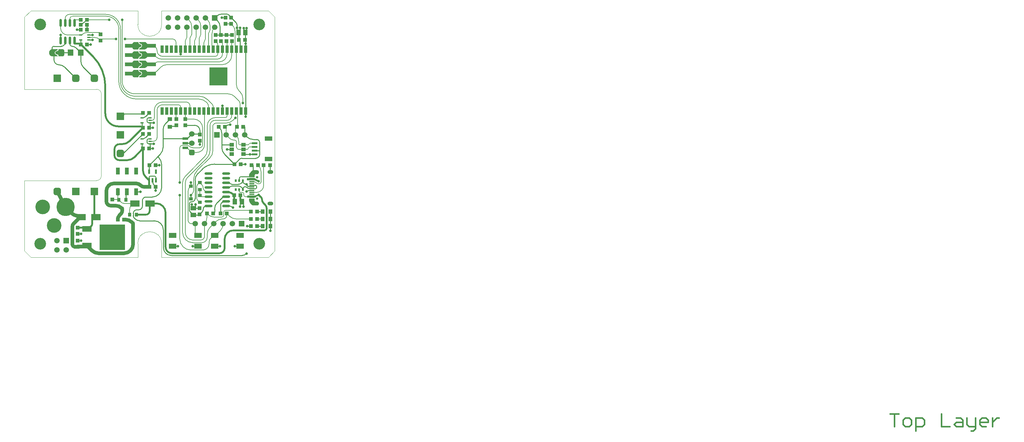
<source format=gtl>
G04*
G04 #@! TF.GenerationSoftware,Altium Limited,Altium Designer,22.5.1 (42)*
G04*
G04 Layer_Physical_Order=1*
G04 Layer_Color=32768*
%FSLAX25Y25*%
%MOIN*%
G70*
G04*
G04 #@! TF.SameCoordinates,46755F1F-E2D4-4758-92CB-C7930609D95B*
G04*
G04*
G04 #@! TF.FilePolarity,Positive*
G04*
G01*
G75*
%ADD10C,0.00984*%
%ADD11C,0.00787*%
%ADD12C,0.00591*%
%ADD13C,0.00394*%
%ADD14C,0.01575*%
%ADD16R,0.07874X0.07874*%
%ADD17R,0.05000X0.03937*%
%ADD18R,0.12205X0.03937*%
%ADD19R,0.03937X0.04331*%
%ADD20R,0.03543X0.01575*%
%ADD21R,0.05118X0.03937*%
%ADD22R,0.05906X0.03150*%
%ADD23R,0.04331X0.03937*%
%ADD24O,0.02362X0.08661*%
%ADD25R,0.06299X0.07087*%
%ADD26R,0.06102X0.02362*%
%ADD27R,0.07874X0.04724*%
%ADD28R,0.03347X0.03937*%
%ADD29R,0.03347X0.03937*%
%ADD30R,0.05118X0.05906*%
%ADD31R,0.03937X0.05118*%
%ADD32O,0.08661X0.02362*%
%ADD33R,0.03937X0.03347*%
%ADD34R,0.03937X0.03347*%
%ADD35R,0.05906X0.05118*%
%ADD36R,0.07874X0.05512*%
%ADD37R,0.02362X0.04528*%
%ADD38R,0.10236X0.06693*%
%ADD39R,0.09843X0.05906*%
%ADD40R,0.27559X0.27559*%
%ADD41R,0.04331X0.07677*%
G04:AMPARAMS|DCode=42|XSize=43.31mil|YSize=76.77mil|CornerRadius=10.83mil|HoleSize=0mil|Usage=FLASHONLY|Rotation=0.000|XOffset=0mil|YOffset=0mil|HoleType=Round|Shape=RoundedRectangle|*
%AMROUNDEDRECTD42*
21,1,0.04331,0.05512,0,0,0.0*
21,1,0.02165,0.07677,0,0,0.0*
1,1,0.02165,0.01083,-0.02756*
1,1,0.02165,-0.01083,-0.02756*
1,1,0.02165,-0.01083,0.02756*
1,1,0.02165,0.01083,0.02756*
%
%ADD42ROUNDEDRECTD42*%
%ADD43R,0.05709X0.01181*%
%ADD44R,0.02165X0.03150*%
%ADD45R,0.03543X0.07874*%
%ADD95C,0.00591*%
%ADD96C,0.01968*%
%ADD97C,0.03937*%
%ADD98C,0.01968*%
%ADD99R,0.01575X0.03937*%
%ADD100R,0.19685X0.19685*%
%ADD101C,0.05906*%
%ADD102R,0.05906X0.05906*%
%ADD103R,0.05906X0.05906*%
%ADD104C,0.06000*%
G04:AMPARAMS|DCode=105|XSize=60mil|YSize=60mil|CornerRadius=15mil|HoleSize=0mil|Usage=FLASHONLY|Rotation=270.000|XOffset=0mil|YOffset=0mil|HoleType=Round|Shape=RoundedRectangle|*
%AMROUNDEDRECTD105*
21,1,0.06000,0.03000,0,0,270.0*
21,1,0.03000,0.06000,0,0,270.0*
1,1,0.03000,-0.01500,-0.01500*
1,1,0.03000,-0.01500,0.01500*
1,1,0.03000,0.01500,0.01500*
1,1,0.03000,0.01500,-0.01500*
%
%ADD105ROUNDEDRECTD105*%
%ADD106C,0.15748*%
%ADD107C,0.19685*%
G04:AMPARAMS|DCode=108|XSize=78.74mil|YSize=78.74mil|CornerRadius=19.68mil|HoleSize=0mil|Usage=FLASHONLY|Rotation=180.000|XOffset=0mil|YOffset=0mil|HoleType=Round|Shape=RoundedRectangle|*
%AMROUNDEDRECTD108*
21,1,0.07874,0.03937,0,0,180.0*
21,1,0.03937,0.07874,0,0,180.0*
1,1,0.03937,-0.01968,0.01968*
1,1,0.03937,0.01968,0.01968*
1,1,0.03937,0.01968,-0.01968*
1,1,0.03937,-0.01968,-0.01968*
%
%ADD108ROUNDEDRECTD108*%
G04:AMPARAMS|DCode=109|XSize=78.74mil|YSize=78.74mil|CornerRadius=19.68mil|HoleSize=0mil|Usage=FLASHONLY|Rotation=270.000|XOffset=0mil|YOffset=0mil|HoleType=Round|Shape=RoundedRectangle|*
%AMROUNDEDRECTD109*
21,1,0.07874,0.03937,0,0,270.0*
21,1,0.03937,0.07874,0,0,270.0*
1,1,0.03937,-0.01968,-0.01968*
1,1,0.03937,-0.01968,0.01968*
1,1,0.03937,0.01968,0.01968*
1,1,0.03937,0.01968,-0.01968*
%
%ADD109ROUNDEDRECTD109*%
%ADD110R,0.07874X0.07874*%
%ADD111O,0.08268X0.03937*%
%ADD112O,0.06299X0.03937*%
%ADD113C,0.02559*%
%ADD114C,0.12598*%
%ADD115C,0.02756*%
G36*
X122716Y231968D02*
X122677Y231624D01*
X122772Y230939D01*
X123090Y230325D01*
X123593Y229851D01*
X123898Y229685D01*
X124269Y229759D01*
X125004Y229576D01*
X125590Y229095D01*
X125915Y228410D01*
X125915Y227653D01*
X125590Y226968D01*
X125004Y226487D01*
X124269Y226304D01*
X123898Y226378D01*
X123590Y226207D01*
X123083Y225724D01*
X122766Y225100D01*
X122674Y224405D01*
X122717Y224056D01*
X121437Y224056D01*
X118386Y224095D01*
X117959D01*
X117170Y224421D01*
X116567Y225025D01*
X116240Y225813D01*
Y226240D01*
Y228031D01*
Y229823D01*
Y230250D01*
X116567Y231038D01*
X117170Y231642D01*
X117959Y231968D01*
X121437D01*
X122716Y231968D01*
D02*
G37*
G36*
X130099Y231818D02*
X130812Y231523D01*
X131454Y231094D01*
X132000Y230548D01*
X132428Y229907D01*
X132723Y229194D01*
X132874Y228437D01*
Y228051D01*
Y227661D01*
X132722Y226897D01*
X132424Y226177D01*
X131991Y225529D01*
X131440Y224978D01*
X130791Y224545D01*
X130071Y224247D01*
X129307Y224095D01*
X126555D01*
X123507Y224095D01*
X123501Y224352D01*
X123648Y224844D01*
X123938Y225268D01*
X124345Y225582D01*
X124587Y225669D01*
X124587Y225669D01*
X125006Y225761D01*
X125764Y226161D01*
X126330Y226803D01*
X126633Y227603D01*
X126633Y228460D01*
X126330Y229260D01*
X125764Y229902D01*
X125007Y230302D01*
X124587Y230394D01*
X124587Y230394D01*
X124345Y230481D01*
X123938Y230795D01*
X123648Y231219D01*
X123502Y231712D01*
X123507Y231968D01*
X123507Y231968D01*
X126555Y231968D01*
X129342D01*
X130099Y231818D01*
D02*
G37*
G36*
X122717Y224056D02*
X122717D01*
D01*
X122717D01*
D02*
G37*
G36*
X37795Y224448D02*
X40846Y224410D01*
X41273D01*
X42062Y224083D01*
X42665Y223479D01*
X42992Y222691D01*
Y222264D01*
X42992D01*
X42992Y220472D01*
X42992Y218681D01*
X42992D01*
Y218254D01*
X42665Y217466D01*
X42062Y216862D01*
X41273Y216535D01*
X37795D01*
X37795Y216535D01*
Y216535D01*
X36516D01*
X36556Y216880D01*
X36460Y217565D01*
X36143Y218179D01*
X35639Y218653D01*
X35335Y218819D01*
X35335Y218819D01*
X34963Y218745D01*
X34228Y218928D01*
X33642Y219409D01*
X33318Y220094D01*
X33318Y220851D01*
X33642Y221536D01*
X34228Y222017D01*
X34963Y222200D01*
X35335Y222126D01*
Y222126D01*
X35642Y222297D01*
X36149Y222780D01*
X36467Y223404D01*
X36559Y224099D01*
X36516Y224448D01*
Y224448D01*
X37795Y224448D01*
D02*
G37*
G36*
X35725Y224409D02*
X35731Y224152D01*
X35585Y223660D01*
X35294Y223236D01*
X34887Y222922D01*
X34646Y222835D01*
X34646Y222835D01*
X34226Y222743D01*
X33469Y222343D01*
X32902Y221701D01*
X32599Y220901D01*
X32599Y220044D01*
X32902Y219244D01*
X33469Y218602D01*
X34226Y218202D01*
X34646Y218110D01*
X34646Y218110D01*
X34887Y218023D01*
X35294Y217709D01*
X35584Y217285D01*
X35731Y216792D01*
X35725Y216536D01*
X35725Y216536D01*
X32677Y216535D01*
X29949D01*
X29192Y216686D01*
X28479Y216981D01*
X27837Y217410D01*
X27292Y217956D01*
X26863Y218597D01*
X26568Y219310D01*
X26417Y220067D01*
Y220453D01*
Y220843D01*
X26569Y221607D01*
X26868Y222327D01*
X27301Y222975D01*
X27852Y223526D01*
X28500Y223959D01*
X29220Y224257D01*
X29984Y224410D01*
X32677D01*
X35725Y224409D01*
D02*
G37*
G36*
X122716Y221969D02*
X122677Y221624D01*
X122772Y220939D01*
X123090Y220325D01*
X123593Y219851D01*
X123898Y219685D01*
X124269Y219759D01*
X125004Y219576D01*
X125590Y219095D01*
X125915Y218410D01*
X125915Y217653D01*
X125590Y216968D01*
X125004Y216487D01*
X124269Y216304D01*
X123898Y216378D01*
X123590Y216207D01*
X123083Y215724D01*
X122766Y215100D01*
X122674Y214405D01*
X122717Y214056D01*
X121437Y214056D01*
X118386Y214094D01*
X117959D01*
X117170Y214421D01*
X116567Y215025D01*
X116240Y215813D01*
Y216240D01*
Y218032D01*
Y219823D01*
Y220250D01*
X116567Y221038D01*
X117170Y221642D01*
X117959Y221969D01*
X121437D01*
X122716Y221969D01*
D02*
G37*
G36*
X130099Y221818D02*
X130812Y221523D01*
X131454Y221094D01*
X132000Y220548D01*
X132428Y219907D01*
X132723Y219194D01*
X132874Y218437D01*
Y218051D01*
Y217661D01*
X132722Y216897D01*
X132424Y216177D01*
X131991Y215529D01*
X131440Y214978D01*
X130791Y214545D01*
X130071Y214247D01*
X129307Y214094D01*
X126555D01*
X123507Y214095D01*
X123501Y214352D01*
X123648Y214844D01*
X123938Y215268D01*
X124345Y215582D01*
X124587Y215669D01*
X124587Y215669D01*
X125006Y215761D01*
X125764Y216161D01*
X126330Y216803D01*
X126633Y217603D01*
X126633Y218460D01*
X126330Y219260D01*
X125764Y219902D01*
X125007Y220302D01*
X124587Y220394D01*
X124587Y220394D01*
X124345Y220481D01*
X123938Y220795D01*
X123648Y221219D01*
X123502Y221711D01*
X123507Y221968D01*
X123507Y221968D01*
X126555Y221969D01*
X129342D01*
X130099Y221818D01*
D02*
G37*
G36*
X122717Y214056D02*
X122717D01*
D01*
X122717D01*
D02*
G37*
G36*
X122716Y211968D02*
X122677Y211624D01*
X122772Y210939D01*
X123090Y210325D01*
X123593Y209851D01*
X123898Y209685D01*
X124269Y209759D01*
X125004Y209576D01*
X125590Y209095D01*
X125915Y208410D01*
X125915Y207653D01*
X125590Y206968D01*
X125004Y206487D01*
X124269Y206304D01*
X123898Y206378D01*
X123590Y206207D01*
X123083Y205724D01*
X122766Y205100D01*
X122674Y204405D01*
X122717Y204056D01*
X121437Y204056D01*
X118386Y204095D01*
X117959D01*
X117170Y204421D01*
X116567Y205025D01*
X116240Y205813D01*
Y206240D01*
Y208032D01*
Y209823D01*
Y210250D01*
X116567Y211038D01*
X117170Y211642D01*
X117959Y211968D01*
X121437D01*
X122716Y211968D01*
D02*
G37*
G36*
X130099Y211818D02*
X130812Y211523D01*
X131454Y211094D01*
X132000Y210548D01*
X132428Y209907D01*
X132723Y209194D01*
X132874Y208437D01*
Y208051D01*
Y207662D01*
X132722Y206897D01*
X132424Y206177D01*
X131991Y205529D01*
X131440Y204978D01*
X130791Y204545D01*
X130071Y204247D01*
X129307Y204095D01*
X126555D01*
X123507Y204095D01*
X123501Y204351D01*
X123648Y204844D01*
X123938Y205268D01*
X124345Y205582D01*
X124587Y205669D01*
X124587Y205669D01*
X125006Y205761D01*
X125764Y206161D01*
X126330Y206803D01*
X126633Y207603D01*
X126633Y208459D01*
X126330Y209260D01*
X125764Y209902D01*
X125007Y210302D01*
X124587Y210394D01*
X124587Y210394D01*
X124345Y210481D01*
X123938Y210795D01*
X123648Y211219D01*
X123502Y211712D01*
X123507Y211968D01*
X123507Y211968D01*
X126555Y211968D01*
X129342D01*
X130099Y211818D01*
D02*
G37*
G36*
X122717Y204056D02*
X122717D01*
D01*
X122717D01*
D02*
G37*
G36*
X122716Y201969D02*
X122677Y201624D01*
X122772Y200939D01*
X123090Y200325D01*
X123593Y199851D01*
X123898Y199685D01*
X124269Y199759D01*
X125004Y199576D01*
X125590Y199095D01*
X125915Y198410D01*
X125915Y197653D01*
X125590Y196968D01*
X125004Y196487D01*
X124269Y196304D01*
X123898Y196378D01*
X123590Y196207D01*
X123083Y195724D01*
X122766Y195100D01*
X122674Y194405D01*
X122717Y194056D01*
X121437Y194056D01*
X118386Y194095D01*
X117959D01*
X117170Y194421D01*
X116567Y195025D01*
X116240Y195813D01*
Y196240D01*
Y198031D01*
Y199823D01*
Y200250D01*
X116567Y201038D01*
X117170Y201642D01*
X117959Y201969D01*
X121437D01*
X122716Y201969D01*
D02*
G37*
G36*
X130099Y201818D02*
X130812Y201523D01*
X131454Y201094D01*
X132000Y200548D01*
X132428Y199907D01*
X132723Y199194D01*
X132874Y198437D01*
Y198051D01*
Y197661D01*
X132722Y196897D01*
X132424Y196177D01*
X131991Y195529D01*
X131440Y194978D01*
X130791Y194545D01*
X130071Y194246D01*
X129307Y194095D01*
X128524D01*
Y194095D01*
X126555D01*
X123507Y194095D01*
X123501Y194351D01*
X123648Y194844D01*
X123938Y195268D01*
X124345Y195582D01*
X124587Y195669D01*
X124587Y195669D01*
X125006Y195761D01*
X125764Y196161D01*
X126330Y196803D01*
X126633Y197603D01*
X126633Y198459D01*
X126330Y199260D01*
X125764Y199902D01*
X125007Y200302D01*
X124587Y200394D01*
X124587Y200394D01*
X124345Y200481D01*
X123938Y200795D01*
X123648Y201219D01*
X123502Y201712D01*
X123507Y201968D01*
X123507Y201968D01*
X126555Y201969D01*
X128524D01*
Y201969D01*
X129342D01*
X130099Y201818D01*
D02*
G37*
G36*
X122717Y194056D02*
X122717D01*
D01*
X122717D01*
D02*
G37*
G36*
X251706Y93401D02*
X252259Y92847D01*
X252559Y92124D01*
Y91732D01*
Y91341D01*
X252259Y90617D01*
X251706Y90064D01*
X250982Y89764D01*
X250590D01*
X249409Y89764D01*
X249102Y89733D01*
X248534Y89498D01*
X248100Y89064D01*
X247865Y88496D01*
X247835Y88189D01*
Y86221D01*
X241929D01*
Y87930D01*
Y88460D01*
X242136Y89499D01*
X242541Y90477D01*
X243129Y91358D01*
X243504Y91732D01*
X243504D01*
X244916Y93144D01*
X245048Y93276D01*
X245359Y93484D01*
X245705Y93628D01*
X246073Y93701D01*
X250982D01*
X251706Y93401D01*
D02*
G37*
G36*
X249803Y83943D02*
Y83071D01*
X239567D01*
Y85433D01*
X248622D01*
X249803Y83943D01*
D02*
G37*
G36*
X249699Y65533D02*
X248622Y64173D01*
X240354D01*
X239961Y64567D01*
Y66142D01*
X240354Y66535D01*
X249699D01*
Y65533D01*
D02*
G37*
G36*
X247835Y61417D02*
X247865Y61110D01*
X248100Y60542D01*
X248534Y60108D01*
X249102Y59873D01*
X249409Y59842D01*
X250590D01*
Y59842D01*
X250982D01*
X251706Y59543D01*
X252259Y58989D01*
X252559Y58266D01*
Y57874D01*
Y57482D01*
X252259Y56759D01*
X251706Y56205D01*
X250982Y55905D01*
X246073D01*
X245705Y55979D01*
X245359Y56122D01*
X245048Y56330D01*
X244916Y56462D01*
X243504Y57874D01*
X243504Y57874D01*
X243129Y58249D01*
X242541Y59129D01*
X242136Y60108D01*
X241929Y61146D01*
Y61676D01*
Y63386D01*
X247835D01*
Y61417D01*
D02*
G37*
D10*
X212598Y118118D02*
G03*
X215527Y111047I10000J0D01*
G01*
X204869Y100393D02*
G03*
X191180Y94723I0J-19358D01*
G01*
X186631Y90174D02*
G03*
X183702Y83103I7071J-7071D01*
G01*
X222441Y258267D02*
G03*
X222093Y259107I-1188J0D01*
G01*
X228937Y250171D02*
G03*
X227805Y252903I-3863J-0D01*
G01*
X219783Y261417D02*
G03*
X217645Y262303I-2139J-2139D01*
G01*
X253360Y123608D02*
G03*
X250000Y126969I-3360J0D01*
G01*
X249277Y106768D02*
G03*
X253360Y110852I0J4083D01*
G01*
X239354Y129897D02*
G03*
X246426Y126969I7071J7071D01*
G01*
X212598Y133260D02*
G03*
X209669Y140331I-10000J0D01*
G01*
X234335Y106768D02*
G03*
X231297Y105509I0J-4297D01*
G01*
X234421Y1969D02*
G03*
X239173Y3937I0J6721D01*
G01*
X213296Y262303D02*
G03*
X206225Y259374I0J-10000D01*
G01*
X210630Y248400D02*
G03*
X207884Y255030I-9376J0D01*
G01*
X188984Y136476D02*
G03*
X183160Y142323I-5824J23D01*
G01*
X152141Y144464D02*
G03*
X149213Y137393I7071J-7071D01*
G01*
X146284Y111244D02*
G03*
X149213Y118315I-7071J7071D01*
G01*
X147638Y100189D02*
G03*
X144709Y107260I-10000J0D01*
G01*
X134449Y99409D02*
G03*
X134055Y98459I950J-950D01*
G01*
X195886Y55335D02*
G03*
X192520Y51968I0J-3366D01*
G01*
X180315Y59842D02*
G03*
X183702Y63230I0J3387D01*
G01*
X179528Y59842D02*
G03*
X177559Y57874I0J-1969D01*
G01*
X191267Y48943D02*
G03*
X192520Y51968I-3025J3025D01*
G01*
X187796Y45472D02*
G03*
X188583Y46259I0J787D01*
G01*
X177559Y51181D02*
G03*
X178533Y48829I3327J0D01*
G01*
X137638Y64961D02*
G03*
X147638Y74961I0J10000D01*
G01*
X130905Y64961D02*
G03*
X126969Y61024I0J-3937D01*
G01*
X123031Y51181D02*
G03*
X126969Y55118I0J3937D01*
G01*
X121063Y51181D02*
G03*
X117126Y47244I0J-3937D01*
G01*
X149606Y29370D02*
G03*
X139606Y39370I-10000J0D01*
G01*
X149606Y10450D02*
G03*
X158088Y1969I8481J0D01*
G01*
X117126Y44699D02*
G03*
X118110Y42323I3360J0D01*
G01*
X118975Y41458D02*
G03*
X124016Y39370I5041J5041D01*
G01*
X235827Y111142D02*
G03*
X236112Y111024I285J285D01*
G01*
X60630Y211544D02*
G03*
X63559Y204473I10000J0D01*
G01*
X43057Y204975D02*
G03*
X37008Y207480I-6049J-6049D01*
G01*
X31693Y212795D02*
G03*
X37008Y207480I5315J0D01*
G01*
X126575Y140747D02*
G03*
X126608Y140492I984J0D01*
G01*
X126575Y118110D02*
G03*
X127559Y117126I984J0D01*
G01*
X141535Y85827D02*
G03*
X139764Y87598I-1772J0D01*
G01*
X135827D02*
G03*
X134055Y85827I0J-1772D01*
G01*
X264370Y93212D02*
G03*
X264951Y91811I1982J0D01*
G01*
X233366Y86910D02*
G03*
X231299Y84842I0J-2067D01*
G01*
X221172Y142913D02*
G03*
X215945Y140748I0J-7392D01*
G01*
X137795Y82973D02*
G03*
X140510Y76419I9269J0D01*
G01*
X241549Y71850D02*
G03*
X239173Y70866I0J-3360D01*
G01*
X235974Y80065D02*
G03*
X239173Y78740I3199J3199D01*
G01*
Y78740D02*
G03*
X239591Y77732I1426J0D01*
G01*
X240551Y76772D02*
G03*
X242927Y75787I2376J2376D01*
G01*
X234274Y80632D02*
G03*
X235039Y82480I-1848J1848D01*
G01*
D02*
G03*
X235699Y80340I3802J0D01*
G01*
X248796Y73819D02*
G03*
X249789Y74812I0J993D01*
G01*
Y76772D02*
G03*
X248805Y77756I-984J0D01*
G01*
X239305Y75512D02*
G03*
X243393Y73819I4087J4087D01*
G01*
X224410Y53543D02*
G03*
X220085Y55335I-4325J-4325D01*
G01*
X234055Y60039D02*
G03*
X233383Y59761I0J-950D01*
G01*
X234727D02*
G03*
X234055Y60039I-672J-672D01*
G01*
X236014Y75384D02*
G03*
X235039Y73032I2352J-2352D01*
G01*
X236419Y75789D02*
G03*
X236417Y75787I945J-948D01*
G01*
X237364Y76179D02*
G03*
X236419Y75789I0J-1338D01*
G01*
X239305Y75512D02*
G03*
X237694Y76179I-1612J-1612D01*
G01*
X233757Y75396D02*
G03*
X230199Y76870I-3559J-3559D01*
G01*
X233708Y80066D02*
G03*
X233711Y80069I-3443J3448D01*
G01*
X230265Y78642D02*
G03*
X233708Y80066I0J4873D01*
G01*
X235039Y73032D02*
G03*
X234274Y74880I-2614J0D01*
G01*
X223398Y76870D02*
G03*
X221260Y75984I0J-3024D01*
G01*
X219692Y75335D02*
G03*
X221260Y75984I0J2218D01*
G01*
X221213Y79528D02*
G03*
X219265Y80335I-1949J-1949D01*
G01*
X221213Y79528D02*
G03*
X223352Y78642I2139J2139D01*
G01*
X212549Y59006D02*
G03*
X211221Y55799I3207J-3207D01*
G01*
X207606Y58964D02*
G03*
X204724Y52008I6956J-6956D01*
G01*
X48760Y229784D02*
G03*
X51181Y227362I2421J0D01*
G01*
X55550Y225553D02*
G03*
X51181Y227362I-4369J-4369D01*
G01*
X39497D02*
G03*
X43760Y231625I0J4263D01*
G01*
X31496Y227362D02*
G03*
X29528Y225394I0J-1969D01*
G01*
X127559Y132874D02*
G03*
X127088Y132679I0J-665D01*
G01*
X126575Y150197D02*
G03*
X130607Y151867I-0J5703D01*
G01*
X126575Y127559D02*
G03*
X130607Y129229I0J5703D01*
G01*
X134252Y139763D02*
G03*
X135236Y140748I0J985D01*
G01*
X131890Y146653D02*
G03*
X133465Y145079I1575J0D01*
G01*
X133465Y150197D02*
G03*
X131890Y148622I0J-1575D01*
G01*
X134252Y117126D02*
G03*
X135236Y118110I0J985D01*
G01*
X131890Y124016D02*
G03*
X133465Y122441I1575J0D01*
G01*
X133465Y127559D02*
G03*
X131890Y125984I0J-1575D01*
G01*
X237598Y234252D02*
G03*
X237992Y235203I-951J951D01*
G01*
X237900Y242415D02*
G03*
X236221Y243110I-1680J-1681D01*
G01*
X237901Y242414D02*
G03*
X237900Y242415I-1680J-1680D01*
G01*
X237565Y242553D02*
G03*
X236221Y243110I-1344J-1344D01*
G01*
X238221Y232749D02*
G03*
X237598Y234252I-2125J0D01*
G01*
X212598Y121142D02*
Y133260D01*
Y118118D02*
Y121142D01*
X215527Y111047D02*
X226181Y100393D01*
X186631Y90174D02*
X191180Y94723D01*
X204869Y100393D02*
X226181D01*
X232283Y242126D02*
Y247410D01*
X228937Y242126D02*
Y247410D01*
X222441Y258267D02*
X227805Y252903D01*
X228937Y247410D02*
Y250171D01*
X219783Y261417D02*
X222093Y259107D01*
X213296Y262303D02*
X217645D01*
X210630Y239567D02*
Y248400D01*
X253360Y114961D02*
Y123608D01*
X246426Y126969D02*
X250000D01*
X234335Y106768D02*
X249277D01*
X237246Y132006D02*
Y140748D01*
X237362Y131890D02*
X239354Y129897D01*
X209252Y140748D02*
X209669Y140331D01*
X204882Y258032D02*
X206225Y259374D01*
X173228Y142323D02*
X183160D01*
X183160D01*
X152141Y144464D02*
X156496Y148819D01*
X149213Y128032D02*
Y137393D01*
X143504Y108465D02*
X146284Y111244D01*
X143504Y108465D02*
X144709Y107260D01*
X134449Y99409D02*
X143504Y108465D01*
X195886Y55335D02*
X198228D01*
X183702Y63230D02*
Y83103D01*
X179528Y59842D02*
X180315D01*
X177559Y51181D02*
Y57874D01*
X188583Y46259D02*
X191267Y48943D01*
X181890Y45472D02*
X187796D01*
X178533Y48829D02*
X181890Y45472D01*
X158088Y1969D02*
X234421D01*
X134055Y92224D02*
Y98459D01*
X147638Y74961D02*
Y100189D01*
X130905Y64961D02*
X137638D01*
X126969Y55118D02*
Y61024D01*
X124016Y39370D02*
X139606D01*
X121063Y51181D02*
X123031D01*
X149606Y10450D02*
Y29370D01*
X117126Y44699D02*
Y47244D01*
X118110Y42323D02*
X118975Y41458D01*
X226181Y100393D02*
X231297Y105509D01*
X60630Y250591D02*
X67323Y255906D01*
X218307Y116142D02*
X223228D01*
X236112Y111024D02*
X242913D01*
X232874Y100393D02*
X237795D01*
X253360Y110852D02*
Y114961D01*
X212598Y121142D02*
X223228D01*
X242913Y111024D02*
X246063Y111024D01*
X60630Y211544D02*
Y220472D01*
X63559Y204473D02*
X75118Y192913D01*
X43057Y204975D02*
X55118Y192913D01*
X29528Y220472D02*
Y225394D01*
X31496Y220472D02*
X31693D01*
X29528D02*
X31496D01*
X31693Y212795D02*
Y220472D01*
X60630Y229556D02*
Y234449D01*
X126575Y140747D02*
Y145079D01*
X126575Y118110D02*
Y122441D01*
X135827Y87598D02*
X139764D01*
X141535Y82973D02*
Y85827D01*
X134055Y82973D02*
Y85827D01*
X69291Y239567D02*
X73228D01*
X69291Y234449D02*
X73228D01*
X67322Y250590D02*
X67323Y250591D01*
X67322Y245275D02*
Y250590D01*
X264764Y28543D02*
X264961Y33465D01*
X173228Y128032D02*
X175118D01*
X149213D02*
X173228D01*
X244892Y65945D02*
X245377Y65692D01*
X246257Y65231D02*
X246775Y64960D01*
X245377Y65692D02*
X246257Y65231D01*
X168220Y218811D02*
Y224410D01*
X168209Y218799D02*
X168220Y218811D01*
X181890Y52952D02*
Y52953D01*
Y52952D02*
X188583D01*
X120079Y70571D02*
X125000D01*
X173228Y123031D02*
X180118D01*
X246063Y111024D02*
X247933D01*
X246063Y91811D02*
Y99212D01*
Y91811D02*
X248494D01*
X244685Y99212D02*
X246063D01*
X264370Y93212D02*
Y99213D01*
X245229Y84737D02*
X248031Y83858D01*
X244892Y84842D02*
X245229Y84737D01*
X233366Y86910D02*
X244892D01*
X231299Y84842D02*
X231299D01*
X231299Y82480D02*
Y84842D01*
X188976Y132284D02*
X188978Y133031D01*
X149213Y118315D02*
Y128032D01*
X188978Y133031D02*
X188984Y136476D01*
X175118Y128032D02*
X180118Y133031D01*
X221172Y142913D02*
X221654D01*
X228937Y242126D02*
X230512D01*
X232283D01*
X230512D02*
X230905Y241733D01*
X140510Y76419D02*
X141141Y75787D01*
X239591Y77732D02*
X240551Y76772D01*
X241549Y71850D02*
X244892D01*
X240551Y76772D02*
X240551D01*
X235699Y80340D02*
X235974Y80065D01*
X235699Y80340D02*
X235699Y80340D01*
X244892Y73819D02*
X248796D01*
X249789Y74812D02*
Y76772D01*
X244892Y77756D02*
X248805D01*
X243393Y73819D02*
X244892D01*
X211614Y239567D02*
X217520D01*
X210630D02*
X211614D01*
X205709D02*
X210630D01*
X247933Y114961D02*
X253360D01*
X235630Y140748D02*
X237246D01*
Y132006D02*
X237362Y131890D01*
X180118Y133031D02*
X188666D01*
X188666Y133031D02*
X188976Y132284D01*
X188666Y133031D02*
X188666Y133031D01*
X156496Y140551D02*
X157283Y141339D01*
X162598D01*
X163385Y142126D01*
X217126Y55335D02*
X220085D01*
X159449Y11811D02*
X165354D01*
X226378D02*
X232283D01*
X204724D02*
X210630D01*
X181102D02*
X187008D01*
X181102Y11811D02*
X181102Y11811D01*
X213976Y65335D02*
X217126D01*
X207606Y58964D02*
X213976Y65335D01*
X234727Y59761D02*
X235827Y58661D01*
X232283D02*
X233383Y59761D01*
X235827Y54724D02*
Y58661D01*
X232283Y54724D02*
Y58661D01*
X237364Y76179D02*
X237694D01*
X236014Y75384D02*
X236417Y75787D01*
X233757Y75396D02*
X234274Y74880D01*
X223398Y76870D02*
X230199D01*
X233711Y80069D02*
X234274Y80632D01*
X223352Y78642D02*
X230265D01*
X217126Y75335D02*
X219692D01*
X217126Y80335D02*
X219265D01*
X242927Y75787D02*
X244892D01*
X212549Y59006D02*
X213878Y60335D01*
X211221Y47244D02*
Y55799D01*
X204724Y48720D02*
Y52008D01*
X213221Y157480D02*
Y163386D01*
X48760Y229784D02*
Y233661D01*
X55550Y225553D02*
X60630Y220472D01*
X49606D02*
Y220472D01*
X39528D02*
X49606D01*
X31496Y227362D02*
X39497D01*
X43760Y231625D02*
Y233661D01*
X179331Y76772D02*
Y80709D01*
X141141Y99409D02*
X145078D01*
X134252Y117126D02*
X138189D01*
X134252Y139763D02*
X138189D01*
X57087Y18110D02*
X61024D01*
X57086Y25197D02*
X61023D01*
X141141Y71850D02*
Y75787D01*
X184055Y53150D02*
Y57087D01*
X180118Y53150D02*
Y57087D01*
X179331Y62992D02*
Y66929D01*
X239763Y33464D02*
X243701D01*
X188976Y121654D02*
Y125591D01*
X106299Y111890D02*
X127088Y132679D01*
X106299Y151890D02*
X107244Y154528D01*
X126575D02*
X127559Y155511D01*
X107244Y154528D02*
X126575D01*
X130607Y151867D02*
X134252Y155511D01*
X130607Y129229D02*
X134252Y132874D01*
X133465Y145079D02*
X135236D01*
Y140748D02*
Y145079D01*
X131890Y146653D02*
Y148622D01*
X133465Y150197D02*
X135236D01*
X133465Y122441D02*
X135236D01*
Y118110D02*
Y122441D01*
X131890Y124016D02*
Y125984D01*
X133465Y127559D02*
X135236D01*
Y122441D02*
X139173D01*
X135236Y145079D02*
X139173D01*
X38760Y233661D02*
Y239567D01*
X67322Y229330D02*
X71259D01*
X56693Y245275D02*
X60630D01*
X237565Y242553D02*
X237992Y242126D01*
X237901Y242414D02*
X238189Y242126D01*
X237900Y242415D02*
X237901Y242414D01*
X237992Y235203D02*
Y242126D01*
X236221Y243110D02*
Y247047D01*
X238189Y242126D02*
X239173Y243110D01*
X238221Y230315D02*
Y232749D01*
X238221Y151575D02*
Y157480D01*
X238221Y224410D02*
Y230315D01*
X239173Y243110D02*
Y247047D01*
X212599Y258267D02*
X216536D01*
X230905Y234252D02*
X232283Y232873D01*
Y225346D02*
Y232873D01*
Y225346D02*
X233221Y224410D01*
X204882Y258032D02*
X207884Y255030D01*
X210630Y239567D02*
X210630Y239567D01*
X163385Y142126D02*
Y142323D01*
X203248Y47244D02*
X204724Y48720D01*
X203149Y47244D02*
X203248D01*
X213878Y60335D02*
X217126D01*
X264961Y33465D02*
Y41339D01*
Y49213D01*
X256693Y49212D02*
X256693Y49213D01*
X250393Y49212D02*
X256693D01*
X250393Y33464D02*
X256693D01*
X256693Y33465D01*
X109055Y69390D02*
X110236Y70571D01*
X109055Y61811D02*
Y69390D01*
X238221Y224410D02*
X238221D01*
X238221Y157480D02*
Y224410D01*
X230905Y234252D02*
Y241733D01*
X217520Y239567D02*
X223426D01*
D11*
X176454Y116695D02*
G03*
X173228Y118032I-3226J-3226D01*
G01*
X176454Y116695D02*
X180118Y113031D01*
D12*
X153552Y207677D02*
G03*
X146481Y204748I0J-10000D01*
G01*
X136980Y198031D02*
G03*
X141732Y200000I0J6721D01*
G01*
X142750Y222576D02*
G03*
X141060Y226656I-5770J0D01*
G01*
X141060Y226656D02*
G03*
X137740Y228031I-3320J-3320D01*
G01*
X141615Y216028D02*
G03*
X136777Y218032I-4838J-4838D01*
G01*
X143687Y210630D02*
G03*
X141215Y209606I0J-3497D01*
G01*
X137414Y208032D02*
G03*
X141215Y209606I0J5375D01*
G01*
X141615Y216028D02*
G03*
X147518Y213583I5903J5903D01*
G01*
X142750Y222576D02*
G03*
X148791Y216535I6041J0D01*
G01*
X150515Y216535D02*
G03*
X150520Y216535I5J10000D01*
G01*
X105118Y190088D02*
G03*
X119025Y176181I13907J0D01*
G01*
X103371Y189772D02*
G03*
X119587Y173557I16216J-0D01*
G01*
X101575Y189617D02*
G03*
X120588Y170604I19013J-0D01*
G01*
X101575Y245943D02*
G03*
X87675Y259842I-13900J0D01*
G01*
X103371Y245927D02*
G03*
X87488Y261811I-15884J0D01*
G01*
X163228Y231457D02*
G03*
X159449Y235236I-3779J0D01*
G01*
X81715Y234121D02*
G03*
X75288Y237008I-6427J-5711D01*
G01*
X232283Y165008D02*
G03*
X230646Y168960I-5589J0D01*
G01*
X226354Y173252D02*
G03*
X219283Y176181I-7071J-7071D01*
G01*
X196149Y167040D02*
G03*
X187545Y170604I-8604J-8604D01*
G01*
X197133Y169993D02*
G03*
X188529Y173557I-8604J-8604D01*
G01*
X66678Y242126D02*
G03*
X62560Y240420I0J-5824D01*
G01*
X60630Y239567D02*
G03*
X62468Y240328I0J2600D01*
G01*
X51580Y259842D02*
G03*
X48760Y257023I0J-2820D01*
G01*
X230709Y122441D02*
G03*
X232008Y121142I1299J0D01*
G01*
X230709Y125197D02*
G03*
X228342Y130910I-8079J0D01*
G01*
X242520Y122835D02*
G03*
X241732Y122047I0J-787D01*
G01*
X240827Y121142D02*
G03*
X241732Y122047I0J905D01*
G01*
X242520Y118898D02*
G03*
X240945Y117323I0J-1575D01*
G01*
X239764Y116142D02*
G03*
X240945Y117323I0J1181D01*
G01*
X228346Y118898D02*
G03*
X231102Y116142I2756J0D01*
G01*
X228346Y124409D02*
G03*
X226378Y126378I-1969J0D01*
G01*
X221232Y128021D02*
G03*
X225197Y126378I3965J3965D01*
G01*
X38760Y247207D02*
G03*
X46400Y239567I7640J0D01*
G01*
X244301Y65354D02*
G03*
X244892Y65945I0J591D01*
G01*
X236221Y68539D02*
G03*
X234681Y70079I-1540J0D01*
G01*
X236221Y66929D02*
G03*
X237795Y65354I1575J0D01*
G01*
X231299Y71063D02*
G03*
X232283Y70079I984J0D01*
G01*
X203221Y162402D02*
G03*
X202157Y164969I-3631J0D01*
G01*
X198221Y162402D02*
G03*
X196405Y166784I-6197J0D01*
G01*
X177215Y120029D02*
G03*
X176009Y120529I-1206J-1206D01*
G01*
X169545D02*
G03*
X167323Y118307I0J-2222D01*
G01*
X177601Y119643D02*
G03*
X181303Y118110I3703J3704D01*
G01*
X217315Y144685D02*
G03*
X224409Y147638I0J10000D01*
G01*
X229528Y154816D02*
G03*
X228221Y156772I-5571J-2307D01*
G01*
X228937Y140748D02*
G03*
X229528Y142174I-1427J1426D01*
G01*
X103923Y59463D02*
G03*
X107283Y58071I3360J3360D01*
G01*
X115167Y56234D02*
G03*
X113189Y51458I4776J-4776D01*
G01*
X186762Y78789D02*
G03*
X185433Y75582I3208J-3208D01*
G01*
Y64182D02*
G03*
X186762Y60974I4537J0D01*
G01*
X186000Y93480D02*
G03*
X182283Y84508I8972J-8972D01*
G01*
X180142Y67740D02*
G03*
X182283Y72910I-5170J5170D01*
G01*
X252756Y79134D02*
G03*
X254724Y81102I0J1969D01*
G01*
X249674Y80247D02*
G03*
X252362Y79134I2688J2688D01*
G01*
X249606Y80315D02*
G03*
X246280Y81693I-3327J-3327D01*
G01*
X254724Y92666D02*
G03*
X251624Y99126I-8279J-0D01*
G01*
X249789Y69882D02*
G03*
X257678Y77770I0J7888D01*
G01*
X218299Y147638D02*
G03*
X223220Y152559I0J4921D01*
G01*
X205369Y147638D02*
G03*
X199803Y142072I0J-5566D01*
G01*
X205709Y150591D02*
G03*
X196850Y141732I0J-8858D01*
G01*
X216516Y150591D02*
G03*
X218220Y152295I0J1704D01*
G01*
X206693Y144685D02*
G03*
X202756Y140748I0J-3937D01*
G01*
X199827Y107307D02*
G03*
X202756Y114378I-7071J7071D01*
G01*
X235236Y171055D02*
G03*
X232307Y178126I-10000J0D01*
G01*
X175551Y85984D02*
G03*
X173228Y80376I5608J-5608D01*
G01*
X193634Y107835D02*
G03*
X196850Y115601I-7766J7766D01*
G01*
X195967Y106400D02*
G03*
X199803Y115662I-9262J9262D01*
G01*
X173205Y87406D02*
G03*
X170276Y80335I7071J-7071D01*
G01*
X216572Y50673D02*
G03*
X214470Y48571I0J-2102D01*
G01*
X192352Y75315D02*
G03*
X191204Y78087I-3921J0D01*
G01*
X193708Y72040D02*
G03*
X193709Y72039I3278J3275D01*
G01*
X192352Y75315D02*
G03*
X193708Y72040I4634J0D01*
G01*
X178552Y76463D02*
G03*
X176181Y70982I5150J-5481D01*
G01*
X185690Y113031D02*
G03*
X193898Y121239I0J8207D01*
G01*
X188922Y118110D02*
G03*
X191929Y121117I0J3007D01*
G01*
X192276Y7874D02*
G03*
X198819Y14417I0J6543D01*
G01*
X167323Y19624D02*
G03*
X179073Y7874I11750J0D01*
G01*
X226870Y243004D02*
G03*
X226378Y246102I-10000J0D01*
G01*
D02*
G03*
X223941Y250075I-9508J-3098D01*
G01*
X226870Y227670D02*
G03*
X227362Y225597I4611J0D01*
G01*
X228221Y186355D02*
G03*
X231149Y179284I10000J0D01*
G01*
X227362Y225597D02*
G03*
X228221Y224410I4118J2073D01*
G01*
X210811Y28528D02*
G03*
X213740Y35599I-7071J7071D01*
G01*
X204724Y23622D02*
G03*
X202946Y22885I0J-2516D01*
G01*
X200509Y20448D02*
G03*
X198819Y16368I4080J-4080D01*
G01*
X191929Y139016D02*
G03*
X181929Y149016I-10000J0D01*
G01*
X176181Y39831D02*
G03*
X179791Y36220I3610J0D01*
G01*
X214018Y41339D02*
G03*
X217914Y45234I0J3896D01*
G01*
X213000Y41339D02*
G03*
X205929Y38410I0J-10000D01*
G01*
X193740Y36220D02*
G03*
X196456Y42778I-6558J6558D01*
G01*
X199779Y32260D02*
G03*
X196850Y25189I7071J-7071D01*
G01*
X190945Y15748D02*
G03*
X196850Y21654I0J5906D01*
G01*
X189961Y18701D02*
G03*
X193898Y22638I0J3937D01*
G01*
X173228Y26575D02*
G03*
X181102Y18701I7874J0D01*
G01*
X170276Y26732D02*
G03*
X181260Y15748I10984J0D01*
G01*
X212543Y43307D02*
G03*
X214470Y45234I0J1927D01*
G01*
X220891Y44267D02*
G03*
X227962Y41338I7071J7071D01*
G01*
X197464Y46236D02*
G03*
X204535Y43307I7071J7071D01*
G01*
X137598Y147638D02*
G03*
X139764Y149803I0J2165D01*
G01*
X138779Y125000D02*
G03*
X142717Y128937I0J3937D01*
G01*
X148622Y164370D02*
G03*
X142717Y158465I0J-5906D01*
G01*
X168220Y161957D02*
G03*
X165807Y164370I-2413J0D01*
G01*
X148622Y167323D02*
G03*
X139764Y158465I0J-8858D01*
G01*
X178220Y163315D02*
G03*
X174213Y167323I-4008J-0D01*
G01*
X48228Y261811D02*
G03*
X43760Y257343I0J-4468D01*
G01*
X213221Y207677D02*
G03*
X223220Y217677I0J10000D01*
G01*
X209646Y210630D02*
G03*
X218220Y219205I0J8575D01*
G01*
X207677Y213583D02*
G03*
X213221Y219126I0J5543D01*
G01*
X205709Y216535D02*
G03*
X208221Y219047I0J2512D01*
G01*
X207799Y230587D02*
G03*
X207213Y231370I-3019J-1650D01*
G01*
X208221Y228937D02*
G03*
X207799Y230587I-3441J0D01*
G01*
X204882Y248031D02*
G03*
X201959Y240976I7055J-7055D01*
G01*
X199803Y249705D02*
G03*
X197395Y255518I-8222J0D01*
G01*
X199114Y243307D02*
G03*
X198221Y241150I2158J-2158D01*
G01*
X199114Y243307D02*
G03*
X199803Y244970I-1663J1663D01*
G01*
X194045Y233415D02*
G03*
X194882Y235435I-2020J2020D01*
G01*
X194045Y233415D02*
G03*
X193220Y231424I1991J-1991D01*
G01*
X184005Y235186D02*
G03*
X183221Y233291I1898J-1895D01*
G01*
X184006Y235187D02*
G03*
X184882Y237302I-2115J2115D01*
G01*
X184006Y235187D02*
G03*
X184005Y235186I1896J-1896D01*
G01*
X189124Y238337D02*
G03*
X189961Y240356I-2020J2020D01*
G01*
X189124Y238337D02*
G03*
X188221Y236155I2181J-2181D01*
G01*
X189961Y248811D02*
G03*
X187032Y255882I-10000J0D01*
G01*
X180118Y248653D02*
G03*
X177189Y255724I-10000J0D01*
G01*
X179280Y238336D02*
G03*
X178220Y235775I2562J-2561D01*
G01*
X179281Y238337D02*
G03*
X180118Y240356I-2020J2020D01*
G01*
X173967Y234990D02*
G03*
X173228Y233208I1782J-1782D01*
G01*
X173967Y234990D02*
G03*
X174882Y237200I-2210J2210D01*
G01*
X153552Y207677D02*
X213221D01*
X141732Y200000D02*
X146481Y204748D01*
X129764Y198031D02*
X135433D01*
X136980D01*
X135433Y228031D02*
X137740D01*
X135433Y218032D02*
X136777D01*
X135433Y208032D02*
X137414D01*
X143687Y210630D02*
X159547D01*
X147518Y213583D02*
X151969D01*
X150520Y216535D02*
X157874D01*
X148791D02*
X150515D01*
X151969Y213583D02*
X207677Y213583D01*
X105118Y190088D02*
Y255906D01*
X108071Y235236D02*
X159449D01*
X81889D02*
X98622D01*
X120588Y170604D02*
X187545Y170604D01*
X101575Y189617D02*
Y245943D01*
X119025Y176181D02*
X219283D01*
X119587Y173557D02*
X188529Y173557D01*
X103371Y189772D02*
Y245927D01*
X163228Y224410D02*
Y231457D01*
X69291Y237008D02*
X75288D01*
X81715Y234121D02*
X81715Y234121D01*
X81889Y233662D01*
X67323Y255906D02*
X91338D01*
X91339Y255906D01*
X81889Y233662D02*
Y235236D01*
X51580Y259842D02*
X87675D01*
X48228Y261811D02*
X87488D01*
X226354Y173252D02*
X230646Y168960D01*
X232283Y158417D02*
Y165008D01*
X197133Y169993D02*
X202157Y164969D01*
X196149Y167040D02*
X196405Y166784D01*
X187545Y170604D02*
X187545D01*
X188529Y173557D02*
X188529D01*
X66678Y242126D02*
X81156D01*
X81156Y242126D02*
X81889Y240355D01*
X62468Y240328D02*
X62560Y240420D01*
X46400Y239567D02*
X60630D01*
X53760Y255906D02*
X60630D01*
X53760Y252559D02*
Y255906D01*
X235827Y121142D02*
X240827D01*
X232008D02*
X235827D01*
X230709Y122441D02*
Y125197D01*
X227362Y131890D02*
X228342Y130910D01*
X242520Y122835D02*
X247933D01*
X242520Y118898D02*
X247933D01*
X231102Y116142D02*
X235827D01*
Y116142D02*
X239764D01*
X228346Y118898D02*
Y124409D01*
X225197Y126378D02*
X226378D01*
X217362Y131890D02*
X221232Y128021D01*
X235827Y116142D02*
Y116142D01*
X38760Y247207D02*
Y252559D01*
X218220Y152295D02*
Y157480D01*
X223220Y152559D02*
Y157480D01*
X237795Y65354D02*
X244301D01*
X236221Y66929D02*
Y68539D01*
X231299Y71063D02*
Y73032D01*
X232283Y70079D02*
X234681D01*
X203221Y157480D02*
Y162402D01*
X198221Y157480D02*
Y162402D01*
X180118Y113031D02*
X185690D01*
X177215Y120029D02*
X177601Y119643D01*
X169545Y120529D02*
X176009D01*
X167323Y80709D02*
Y118307D01*
X181303Y118110D02*
X188922D01*
X215945Y140748D02*
X217362Y139331D01*
X224409Y147638D02*
X227165Y150394D01*
X206693Y144685D02*
X217315D01*
X229528Y142174D02*
Y154816D01*
X228221Y156772D02*
Y157480D01*
X227362Y139173D02*
X228937Y140748D01*
X107283Y58071D02*
X117005D01*
X101575Y61811D02*
X103923Y59463D01*
X117005Y58071D02*
X118898D01*
X113189Y45866D02*
Y51458D01*
X115167Y56234D02*
X117005Y58071D01*
X185433Y64182D02*
Y75582D01*
X182283Y72910D02*
Y84508D01*
X254724Y81102D02*
Y92666D01*
X249606Y80315D02*
X249674Y80247D01*
X252362Y79134D02*
X252756D01*
X244892Y81693D02*
X246280D01*
X251378Y99212D02*
X251624Y99126D01*
X257678Y77770D02*
Y99213D01*
X244892Y69882D02*
X249789D01*
X235236Y166339D02*
Y171055D01*
X205369Y147638D02*
X218299D01*
X205709Y150591D02*
X216516D01*
X202756Y114378D02*
Y140748D01*
X186000Y93480D02*
X199827Y107307D01*
X179331Y66929D02*
X180142Y67740D01*
X232283Y158417D02*
X233221Y157480D01*
X231149Y179284D02*
X232307Y178126D01*
X175551Y85984D02*
X195967Y106400D01*
X173228Y26575D02*
Y80376D01*
X173205Y87406D02*
X193634Y107835D01*
X196850Y115601D02*
Y141732D01*
X199803Y115662D02*
Y142072D01*
X170276Y26732D02*
Y80335D01*
X216572Y50673D02*
X243095D01*
X243095Y50673D02*
X243701Y49212D01*
X243095Y50673D02*
X243095Y50673D01*
X214470Y45234D02*
Y48571D01*
X193709Y72039D02*
X195413Y70335D01*
X188484Y80512D02*
X188779D01*
X191204Y78087D01*
X186762Y78789D02*
X188484Y80512D01*
X186762Y60974D02*
X188484Y59252D01*
X176181Y39831D02*
Y70982D01*
X178552Y76463D02*
X179331Y76772D01*
X193898Y121239D02*
Y156803D01*
X191929Y121117D02*
Y139016D01*
X167323Y19624D02*
Y66929D01*
X179073Y7874D02*
X192276D01*
X198819Y14417D02*
Y16368D01*
X226870Y227670D02*
Y243004D01*
X222441Y251574D02*
X223941Y250075D01*
X228221Y186355D02*
Y224410D01*
X205906Y23622D02*
X210811Y28528D01*
X204724Y23622D02*
X205906D01*
X200509Y20448D02*
X202946Y22885D01*
X179791Y36220D02*
X183740D01*
X173228Y149016D02*
X181929D01*
X213000Y41339D02*
X214018D01*
X199779Y32260D02*
X203740Y36220D01*
X205929Y38410D01*
X193740Y36220D02*
X193898Y36063D01*
X196456Y42778D02*
Y47244D01*
X213740Y35599D02*
Y36220D01*
X196850Y21654D02*
Y25189D01*
X181260Y15748D02*
X190945D01*
X181102Y18701D02*
X189961D01*
X193898Y22638D02*
Y36063D01*
X183740Y26083D02*
Y36220D01*
X193220Y157480D02*
X193898Y156803D01*
X204535Y43307D02*
X212543D01*
X217914Y45234D02*
Y47244D01*
X220891Y44267D01*
X227962Y41338D02*
X243701D01*
X196456Y47244D02*
X197464Y46236D01*
X135236Y147638D02*
X137598D01*
X139764Y149803D02*
Y158465D01*
X135236Y125000D02*
X138779D01*
X142717Y128937D02*
Y158465D01*
X148622Y164370D02*
X165807D01*
X168220Y157480D02*
Y161957D01*
X148622Y167323D02*
X174213D01*
X178220Y157480D02*
Y163315D01*
X48760Y252559D02*
Y257023D01*
X43760Y252559D02*
Y257343D01*
X223220Y217677D02*
Y224410D01*
X159547Y210630D02*
X209646Y210630D01*
X218220Y224410D02*
Y232173D01*
Y219205D02*
Y224410D01*
X213221Y224410D02*
Y231268D01*
Y219126D02*
Y224410D01*
X157874Y216535D02*
X205709Y216535D01*
X208221Y224410D02*
Y228937D01*
Y219047D02*
Y224410D01*
X205709Y232874D02*
X207213Y231370D01*
X201959Y225671D02*
Y240976D01*
X194882Y258032D02*
X197395Y255518D01*
X199803Y244970D02*
Y249705D01*
X198221Y224410D02*
Y241150D01*
X193220Y224410D02*
Y231424D01*
X194882Y235435D02*
Y248031D01*
X184882Y237302D02*
Y248031D01*
X183221Y224410D02*
Y233291D01*
X188221Y224410D02*
Y236155D01*
X189961Y240356D02*
Y248811D01*
X184882Y258032D02*
X187032Y255882D01*
X174882Y258032D02*
X177189Y255724D01*
X180118Y240356D02*
Y248653D01*
X179280Y238336D02*
X179281Y238337D01*
X178220Y224410D02*
Y235775D01*
X174882Y237200D02*
Y248031D01*
X173228Y224417D02*
Y233208D01*
X211614Y232874D02*
X213221Y231268D01*
X217520Y232874D02*
X218220Y232173D01*
X223220Y224410D02*
Y232669D01*
X223426Y232874D01*
X173221Y149024D02*
Y157480D01*
Y149024D02*
X173228Y149016D01*
X163228Y149173D02*
Y157480D01*
Y149173D02*
X163385Y149016D01*
X217362Y131890D02*
Y139331D01*
X227362Y131890D02*
Y139173D01*
X188484Y59252D02*
X188779D01*
X195413Y70335D02*
X198228D01*
X188779Y66732D02*
Y73032D01*
X188779Y66732D02*
X188779Y66732D01*
X189075Y66732D02*
X190472Y65335D01*
X198228D01*
X188779Y66732D02*
X189075D01*
X183740Y26083D02*
X186201Y23622D01*
X187008D01*
X250393Y41338D02*
X256693D01*
X256693Y41339D01*
X100984Y62402D02*
X101575Y61811D01*
X100394Y62992D02*
X100984Y62402D01*
X100394Y62992D02*
Y70571D01*
X94488Y62402D02*
X100984D01*
X216536Y251574D02*
X222441D01*
X173221Y224410D02*
X173228Y224417D01*
X201959Y225671D02*
X203221Y224410D01*
D13*
X82677Y176102D02*
G03*
X77677Y181102I-5000J0D01*
G01*
Y82677D02*
G03*
X82677Y87677I0J5000D01*
G01*
X147638Y14764D02*
G03*
X122047Y14764I-12795J0D01*
G01*
X122047Y250984D02*
G03*
X147638Y250984I12795J0D01*
G01*
X-0Y6890D02*
Y82677D01*
X-0Y181102D02*
Y258858D01*
X0Y6890D02*
X6890Y0D01*
X0Y258858D02*
X6890Y265748D01*
X-0Y82677D02*
X77677Y82677D01*
X-0Y181102D02*
X77677Y181102D01*
X6890Y-0D02*
X122047D01*
X6890Y265748D02*
X122047D01*
X82677Y87677D02*
Y176102D01*
X122047Y-0D02*
Y14764D01*
X122047Y250984D02*
Y265748D01*
X147638Y-0D02*
Y14764D01*
X147638Y250984D02*
Y265748D01*
X147638Y-0D02*
X262795Y-0D01*
X147638Y265748D02*
X262795Y265748D01*
X262795Y265748D02*
X269685Y258858D01*
X262795Y0D02*
X269685Y6890D01*
X269685Y258858D01*
X269685D02*
X269685D01*
D14*
X246257Y65231D02*
X252362Y67323D01*
X932685Y-168552D02*
X941868D01*
X937276D01*
Y-182327D01*
X948756D02*
X953347D01*
X955643Y-180031D01*
Y-175439D01*
X953347Y-173144D01*
X948756D01*
X946460Y-175439D01*
Y-180031D01*
X948756Y-182327D01*
X960235Y-186919D02*
Y-173144D01*
X967122D01*
X969418Y-175439D01*
Y-180031D01*
X967122Y-182327D01*
X960235D01*
X987785Y-168552D02*
Y-182327D01*
X996968D01*
X1003856Y-173144D02*
X1008448D01*
X1010744Y-175439D01*
Y-182327D01*
X1003856D01*
X1001560Y-180031D01*
X1003856Y-177735D01*
X1010744D01*
X1015335Y-173144D02*
Y-180031D01*
X1017631Y-182327D01*
X1024519D01*
Y-184623D01*
X1022223Y-186919D01*
X1019927D01*
X1024519Y-182327D02*
Y-173144D01*
X1035998Y-182327D02*
X1031406D01*
X1029110Y-180031D01*
Y-175439D01*
X1031406Y-173144D01*
X1035998D01*
X1038294Y-175439D01*
Y-177735D01*
X1029110D01*
X1042885Y-173144D02*
Y-182327D01*
Y-177735D01*
X1045181Y-175439D01*
X1047477Y-173144D01*
X1049773D01*
D16*
X55118Y70866D02*
D03*
X75118D02*
D03*
X35118Y192913D02*
D03*
D17*
X223228Y111142D02*
D03*
Y116142D02*
D03*
Y121142D02*
D03*
X235827D02*
D03*
Y116142D02*
D03*
Y111142D02*
D03*
D18*
X114173Y198031D02*
D03*
X135433D02*
D03*
X114173Y228031D02*
D03*
X135433D02*
D03*
X114173Y218032D02*
D03*
Y208032D02*
D03*
X135433Y218032D02*
D03*
X135433Y208032D02*
D03*
D19*
X81889Y240355D02*
D03*
X81889Y233662D02*
D03*
X188583Y46259D02*
D03*
X188583Y52952D02*
D03*
X211614Y239567D02*
D03*
X211614Y232874D02*
D03*
X223426Y239567D02*
D03*
X223426Y232874D02*
D03*
X217520Y239567D02*
D03*
Y232874D02*
D03*
X205709Y239567D02*
D03*
X205709Y232874D02*
D03*
X173228Y142323D02*
D03*
Y149016D02*
D03*
X163385Y142323D02*
D03*
X163385Y149016D02*
D03*
X188976Y132284D02*
D03*
X188976Y125591D02*
D03*
X94488Y62402D02*
D03*
X94488Y55709D02*
D03*
X57087Y11417D02*
D03*
Y18110D02*
D03*
X57086Y31890D02*
D03*
Y25197D02*
D03*
X222441Y258267D02*
D03*
Y251574D02*
D03*
X216536D02*
D03*
X216536Y258267D02*
D03*
D20*
X60630Y234449D02*
D03*
Y239567D02*
D03*
X69291D02*
D03*
X69291Y237008D02*
D03*
X69291Y234449D02*
D03*
X135236Y145079D02*
D03*
X135236Y147638D02*
D03*
X135236Y150197D02*
D03*
X126575D02*
D03*
Y145079D02*
D03*
X135236Y122441D02*
D03*
X135236Y125000D02*
D03*
X135236Y127559D02*
D03*
X126575D02*
D03*
Y122441D02*
D03*
D21*
X156496Y140551D02*
D03*
Y148819D02*
D03*
D22*
X173228Y128032D02*
D03*
Y123031D02*
D03*
Y118032D02*
D03*
D23*
X257678Y99213D02*
D03*
X264370Y99213D02*
D03*
X60630Y255906D02*
D03*
X67323Y255906D02*
D03*
X60630Y250591D02*
D03*
X67323Y250591D02*
D03*
X67322Y245275D02*
D03*
X60630Y245275D02*
D03*
X60630Y229330D02*
D03*
X67322Y229330D02*
D03*
X215945Y140748D02*
D03*
X209252Y140748D02*
D03*
X228937Y140748D02*
D03*
X235630Y140748D02*
D03*
X226181Y100393D02*
D03*
X232874Y100393D02*
D03*
X196456Y47244D02*
D03*
X203149D02*
D03*
X217914Y47244D02*
D03*
X211221Y47244D02*
D03*
X243701Y49212D02*
D03*
X250393D02*
D03*
X243701Y33464D02*
D03*
X250393Y33464D02*
D03*
X243701Y41338D02*
D03*
X250393D02*
D03*
X134252Y155511D02*
D03*
X127559D02*
D03*
Y139763D02*
D03*
X134252Y139763D02*
D03*
X134252Y132874D02*
D03*
X127559D02*
D03*
X127559Y117126D02*
D03*
X134252Y117126D02*
D03*
X134449Y99409D02*
D03*
X141141D02*
D03*
X134449Y75787D02*
D03*
X141141D02*
D03*
X107087Y40748D02*
D03*
X100394Y40748D02*
D03*
X225984Y66929D02*
D03*
X232677D02*
D03*
X244685Y99212D02*
D03*
X251378D02*
D03*
X230905Y234252D02*
D03*
X237598D02*
D03*
D24*
X53760Y252559D02*
D03*
X48760D02*
D03*
X43760D02*
D03*
X38760D02*
D03*
X53760Y233661D02*
D03*
X48760D02*
D03*
X43760D02*
D03*
X38760D02*
D03*
D25*
X49606Y220472D02*
D03*
X60630D02*
D03*
D26*
X247933Y118898D02*
D03*
Y111024D02*
D03*
Y114961D02*
D03*
Y122835D02*
D03*
D27*
X262795Y105905D02*
D03*
X262795Y127953D02*
D03*
D28*
X120669Y45866D02*
D03*
X116929Y36417D02*
D03*
X105315Y52362D02*
D03*
X109055Y61811D02*
D03*
D29*
X113189Y45866D02*
D03*
X101575Y61811D02*
D03*
D30*
X230512Y242126D02*
D03*
X237992Y242126D02*
D03*
X226575Y60039D02*
D03*
X234055D02*
D03*
D31*
X264961Y49213D02*
D03*
X256693D02*
D03*
Y33465D02*
D03*
X264961D02*
D03*
X256693Y41339D02*
D03*
X264961D02*
D03*
D32*
X198228Y60335D02*
D03*
Y55335D02*
D03*
Y65335D02*
D03*
X198228Y70335D02*
D03*
X198228Y75335D02*
D03*
Y80335D02*
D03*
X198228Y90335D02*
D03*
X198228Y85335D02*
D03*
X217126Y90335D02*
D03*
Y75335D02*
D03*
Y80335D02*
D03*
Y85335D02*
D03*
Y70335D02*
D03*
Y65335D02*
D03*
Y60335D02*
D03*
X217126Y55335D02*
D03*
D33*
X179331Y76772D02*
D03*
X188779Y73032D02*
D03*
X179331Y62992D02*
D03*
X188779Y59252D02*
D03*
D34*
X188779Y80512D02*
D03*
Y66732D02*
D03*
D35*
X181890Y45472D02*
D03*
Y52953D02*
D03*
D36*
X204724Y23622D02*
D03*
X232283D02*
D03*
X204724Y11811D02*
D03*
X232283D02*
D03*
X159449Y23622D02*
D03*
X187008D02*
D03*
X159449Y11811D02*
D03*
X187008D02*
D03*
D37*
X134055Y92224D02*
D03*
X141535Y92224D02*
D03*
Y82973D02*
D03*
X137795D02*
D03*
X134055D02*
D03*
D38*
X118898Y58071D02*
D03*
X135039D02*
D03*
X60827Y43307D02*
D03*
X76968D02*
D03*
D39*
X67323Y30709D02*
D03*
Y12598D02*
D03*
D40*
X94488Y21654D02*
D03*
D41*
X100394Y92815D02*
D03*
X120079D02*
D03*
X110236D02*
D03*
Y70571D02*
D03*
X120079D02*
D03*
D42*
X100394D02*
D03*
D43*
X244892Y61516D02*
D03*
X244892Y62697D02*
D03*
X244892Y86910D02*
D03*
X244892Y88091D02*
D03*
X244892Y84842D02*
D03*
X244892Y83661D02*
D03*
Y81693D02*
D03*
X244892Y79724D02*
D03*
Y77756D02*
D03*
Y75787D02*
D03*
Y73819D02*
D03*
Y71850D02*
D03*
Y69882D02*
D03*
Y67913D02*
D03*
Y65945D02*
D03*
X244892Y64764D02*
D03*
D44*
X235039Y73032D02*
D03*
X231299D02*
D03*
X227559D02*
D03*
Y82480D02*
D03*
X231299D02*
D03*
X235039D02*
D03*
D45*
X148228Y157480D02*
D03*
X153228Y157480D02*
D03*
X158228D02*
D03*
X163228D02*
D03*
X168220Y157480D02*
D03*
X238221Y157480D02*
D03*
X233221D02*
D03*
X228221D02*
D03*
X223220D02*
D03*
X218220Y157480D02*
D03*
X213221Y157480D02*
D03*
X208221D02*
D03*
X203221D02*
D03*
X198221D02*
D03*
X193220Y157480D02*
D03*
X188221Y157480D02*
D03*
X183221D02*
D03*
X178220D02*
D03*
X173221D02*
D03*
X168220Y224410D02*
D03*
X163228D02*
D03*
X158228D02*
D03*
X153228D02*
D03*
X148228D02*
D03*
X173221D02*
D03*
X178220D02*
D03*
X183221D02*
D03*
X188221Y224410D02*
D03*
X193220Y224410D02*
D03*
X198221D02*
D03*
X203221D02*
D03*
X208221D02*
D03*
X213221Y224410D02*
D03*
X218220Y224410D02*
D03*
X223220D02*
D03*
X228221D02*
D03*
X233221D02*
D03*
X238221Y224410D02*
D03*
D95*
X81156Y242126D02*
D03*
X228937Y140748D02*
D03*
D96*
X87008Y184224D02*
G03*
X73625Y216532I-45691J-0D01*
G01*
X87008Y155043D02*
G03*
X100945Y141106I13937J0D01*
G01*
X60966Y229191D02*
G03*
X60630Y229330I-336J-338D01*
G01*
X127558Y139764D02*
G03*
X126608Y140492I-3241J-3242D01*
G01*
D02*
G03*
X124317Y141106I-2291J-3970D01*
G01*
X105674Y122047D02*
G03*
X112745Y124976I0J10000D01*
G01*
X111015Y104724D02*
G03*
X118086Y107653I0J10000D01*
G01*
X127559Y93611D02*
G03*
X130488Y86540I10000J0D01*
G01*
X102362Y122047D02*
G03*
X96850Y116535I0J-5512D01*
G01*
Y109843D02*
G03*
X101969Y104724I5118J0D01*
G01*
X260827Y52819D02*
G03*
X259201Y56744I-5550J0D01*
G01*
X258820Y29096D02*
G03*
X260827Y31102I0J2007D01*
G01*
X225119Y29096D02*
G03*
X215551Y19528I0J-9568D01*
G01*
X210039Y4331D02*
G03*
X215551Y9843I0J5512D01*
G01*
X255906Y61984D02*
G03*
X257281Y58664I4695J0D01*
G01*
X255906Y61984D02*
G03*
X254636Y65049I-4335J0D01*
G01*
X135039Y58071D02*
G03*
X134843Y57874I0J-197D01*
G01*
X151969Y48071D02*
G03*
X141969Y58071I-10000J0D01*
G01*
X151969Y11024D02*
G03*
X158661Y4331I6693J0D01*
G01*
X130512Y45866D02*
G03*
X134843Y50197I0J4331D01*
G01*
X67323Y30709D02*
G03*
X70347Y31961I0J4277D01*
G01*
X71850Y33465D02*
G03*
X72835Y35841I-2376J2376D01*
G01*
X225507Y67406D02*
G03*
X218436Y70335I-7071J-7071D01*
G01*
X225984Y61466D02*
G03*
X226575Y60039I2017J0D01*
G01*
X87008Y155043D02*
Y184224D01*
X60967Y229191D02*
X73625Y216532D01*
X59969Y230216D02*
X60630Y229556D01*
X60630Y229330D02*
X60630D01*
X53760Y230216D02*
X59969D01*
X60966Y229191D02*
X60967Y229191D01*
X127532Y139764D02*
X127558D01*
X127559Y139763D01*
Y93611D02*
Y117126D01*
X118086Y107653D02*
X127559Y117126D01*
X112745Y124976D02*
X127532Y139764D01*
X130488Y86540D02*
X134055Y82973D01*
X100945Y141106D02*
X124317D01*
X102362Y122047D02*
X105674D01*
X101969Y104724D02*
X111015D01*
X96850Y109843D02*
Y116535D01*
X53760Y230216D02*
Y233661D01*
X75118Y44074D02*
Y70866D01*
X260827Y31102D02*
Y52819D01*
X225119Y29096D02*
X258820D01*
X215551Y9843D02*
Y19528D01*
X158661Y4331D02*
X210039D01*
X252362Y67323D02*
X254636Y65049D01*
X257281Y58664D02*
X259201Y56744D01*
X135039Y58071D02*
X141969D01*
X151969Y11024D02*
Y48071D01*
X134843Y50197D02*
Y57874D01*
X120669Y45866D02*
X130512D01*
X248031Y83858D02*
Y83943D01*
X252362Y81890D01*
X57086Y31890D02*
X67323D01*
Y30709D02*
Y31890D01*
X72835Y41790D02*
X75118Y44074D01*
X74783Y41122D02*
X76968Y43307D01*
X70347Y31961D02*
X71850Y33465D01*
X72835Y35841D02*
Y41790D01*
X75118Y44074D02*
X76968Y43307D01*
X232677Y60610D02*
X234055Y60039D01*
X232677Y60610D02*
Y66929D01*
X225507Y67406D02*
X225984Y66929D01*
Y61466D02*
Y66929D01*
X217126Y70335D02*
X218436D01*
X134055Y76968D02*
Y82973D01*
Y76180D02*
X134449Y75787D01*
D97*
X124409Y77953D02*
G03*
X120607Y79528I-3802J-3802D01*
G01*
X124409Y77953D02*
G03*
X129638Y75787I5228J5228D01*
G01*
X104897Y52780D02*
G03*
X97826Y55709I-7071J-7071D01*
G01*
X103543Y46457D02*
G03*
X105315Y50734I-4277J4277D01*
G01*
X102204Y45117D02*
G03*
X100394Y40748I4369J-4369D01*
G01*
X88189Y60236D02*
G03*
X92716Y55709I4527J0D01*
G01*
X96063Y79528D02*
G03*
X88189Y71653I0J-7874D01*
G01*
X115527Y37819D02*
G03*
X108456Y40748I-7071J-7071D01*
G01*
X107087Y4331D02*
G03*
X116929Y14173I0J9843D01*
G01*
X72662Y7260D02*
G03*
X79733Y4331I7071J7071D01*
G01*
X51575Y13780D02*
G03*
X53937Y11417I2362J0D01*
G01*
X50412Y47816D02*
G03*
X60063Y44773I7749J7749D01*
G01*
X60827Y43307D02*
G03*
X59147Y42611I0J-2376D01*
G01*
X52756Y36220D02*
G03*
X51575Y33369I2851J-2851D01*
G01*
X129638Y75787D02*
X134449D01*
X96063Y79528D02*
X120607D01*
X104897Y52780D02*
X105315Y52362D01*
X102204Y45117D02*
X103543Y46457D01*
X88189Y60236D02*
Y71653D01*
X94488Y55709D02*
X97826D01*
X92716D02*
X94488D01*
X35118Y70866D02*
X44094Y54134D01*
X35118Y70866D02*
X36044Y69941D01*
X105315Y50734D02*
Y52362D01*
X115527Y37819D02*
X116929Y36417D01*
X107087Y40748D02*
X108456D01*
X79733Y4331D02*
X107087D01*
X116929Y14173D02*
Y36417D01*
X67323Y12598D02*
X72662Y7260D01*
X66331Y11607D02*
X67323Y12598D01*
X57277Y11607D02*
X66331D01*
X53937Y11417D02*
X57087D01*
X60063Y44773D02*
X60827Y43307D01*
X51575Y13780D02*
Y33369D01*
X52756Y36220D02*
X59147Y42611D01*
X44094Y54134D02*
X50412Y47816D01*
D98*
X123799Y198031D02*
D03*
Y218032D02*
D03*
X35433Y220472D02*
D03*
X123799Y228031D02*
D03*
Y208032D02*
D03*
D99*
X127736Y198031D02*
D03*
Y218032D02*
D03*
X31496Y220472D02*
D03*
X127736Y228031D02*
D03*
Y208032D02*
D03*
D100*
X208699Y194882D02*
D03*
D101*
X154882Y258032D02*
D03*
Y248031D02*
D03*
X174882Y258032D02*
D03*
Y248031D02*
D03*
X164882Y258032D02*
D03*
Y248031D02*
D03*
X184882D02*
D03*
Y258032D02*
D03*
X194882Y248031D02*
D03*
Y258032D02*
D03*
X204882Y248031D02*
D03*
X129764Y198031D02*
D03*
X119764Y198031D02*
D03*
X129764Y228031D02*
D03*
X119764Y218032D02*
D03*
X129764D02*
D03*
X119764Y208032D02*
D03*
X129764D02*
D03*
X29528Y220472D02*
D03*
X237362Y131890D02*
D03*
X227362D02*
D03*
X217362D02*
D03*
X223740Y36220D02*
D03*
X213740D02*
D03*
X203740D02*
D03*
X193740D02*
D03*
X183740D02*
D03*
X44882Y8032D02*
D03*
X34882Y18032D02*
D03*
Y8032D02*
D03*
D102*
X204882Y258032D02*
D03*
X39528Y220472D02*
D03*
X207362Y131890D02*
D03*
X233740Y36220D02*
D03*
X44882Y18032D02*
D03*
D103*
X119764Y228031D02*
D03*
D104*
X180118Y133031D02*
D03*
Y123031D02*
D03*
D105*
Y113031D02*
D03*
D106*
X19685Y54134D02*
D03*
X31890Y34449D02*
D03*
D107*
X44094Y54134D02*
D03*
D108*
X35118Y70866D02*
D03*
D03*
X55118D02*
D03*
X75118Y192913D02*
D03*
X55118D02*
D03*
D109*
X103347Y111890D02*
D03*
Y131890D02*
D03*
Y111890D02*
D03*
D110*
Y151890D02*
D03*
Y131890D02*
D03*
D111*
X248494Y91811D02*
D03*
Y57795D02*
D03*
D112*
X264951Y91811D02*
D03*
Y57795D02*
D03*
D113*
X250583Y86181D02*
D03*
Y63425D02*
D03*
D114*
X252953Y250984D02*
D03*
X16732Y250984D02*
D03*
X16732Y14764D02*
D03*
X252953Y14764D02*
D03*
D115*
X105118Y255906D02*
D03*
X91339D02*
D03*
X98622Y235236D02*
D03*
X108071D02*
D03*
X218307Y116142D02*
D03*
X237795Y100393D02*
D03*
X242913Y111024D02*
D03*
X73228Y239567D02*
D03*
Y234449D02*
D03*
X239173Y3937D02*
D03*
X264764Y28543D02*
D03*
X202658Y188583D02*
D03*
X213878Y200295D02*
D03*
X168209Y218799D02*
D03*
X125000Y70571D02*
D03*
X221654Y142913D02*
D03*
X227165Y150394D02*
D03*
X232283Y247410D02*
D03*
X228937D02*
D03*
X94488Y21654D02*
D03*
X106299D02*
D03*
X82677D02*
D03*
X94488Y9843D02*
D03*
Y33465D02*
D03*
X106299D02*
D03*
Y9843D02*
D03*
X82677D02*
D03*
Y33465D02*
D03*
X239173Y78740D02*
D03*
Y70866D02*
D03*
X224410Y53543D02*
D03*
X165354Y11811D02*
D03*
X226378Y11811D02*
D03*
X210630Y11811D02*
D03*
X181102Y11811D02*
D03*
X235827Y54724D02*
D03*
X232283D02*
D03*
X252362Y67323D02*
D03*
Y81890D02*
D03*
X235236Y166339D02*
D03*
X213221Y163386D02*
D03*
X167323Y80709D02*
D03*
Y66929D02*
D03*
X179331Y80709D02*
D03*
X145078Y99409D02*
D03*
X138189Y117126D02*
D03*
X138189Y139763D02*
D03*
X61024Y18110D02*
D03*
X61023Y25197D02*
D03*
X141141Y71850D02*
D03*
X184055Y57087D02*
D03*
X180118D02*
D03*
X179331Y66929D02*
D03*
X239763Y33464D02*
D03*
X188976Y121654D02*
D03*
X139173Y122441D02*
D03*
X139173Y145079D02*
D03*
X38760Y239567D02*
D03*
X71259Y229330D02*
D03*
X56693Y245275D02*
D03*
X238221Y151575D02*
D03*
X238221Y230315D02*
D03*
X239173Y247047D02*
D03*
X236221D02*
D03*
X212599Y258267D02*
D03*
M02*

</source>
